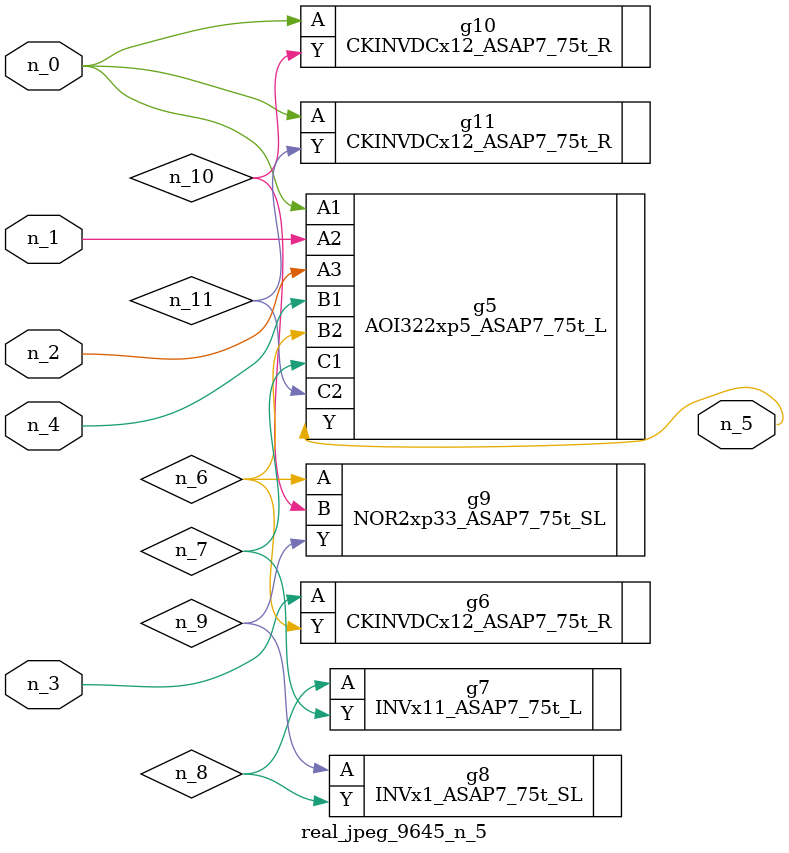
<source format=v>
module real_jpeg_9645_n_5 (n_4, n_0, n_1, n_2, n_3, n_5);

input n_4;
input n_0;
input n_1;
input n_2;
input n_3;

output n_5;

wire n_8;
wire n_11;
wire n_6;
wire n_7;
wire n_10;
wire n_9;

AOI322xp5_ASAP7_75t_L g5 ( 
.A1(n_0),
.A2(n_1),
.A3(n_2),
.B1(n_4),
.B2(n_6),
.C1(n_7),
.C2(n_11),
.Y(n_5)
);

CKINVDCx12_ASAP7_75t_R g10 ( 
.A(n_0),
.Y(n_10)
);

CKINVDCx12_ASAP7_75t_R g11 ( 
.A(n_0),
.Y(n_11)
);

CKINVDCx12_ASAP7_75t_R g6 ( 
.A(n_3),
.Y(n_6)
);

NOR2xp33_ASAP7_75t_SL g9 ( 
.A(n_6),
.B(n_10),
.Y(n_9)
);

INVx11_ASAP7_75t_L g7 ( 
.A(n_8),
.Y(n_7)
);

INVx1_ASAP7_75t_SL g8 ( 
.A(n_9),
.Y(n_8)
);


endmodule
</source>
